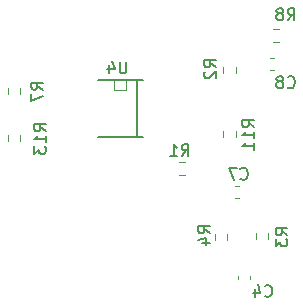
<source format=gbr>
%TF.GenerationSoftware,KiCad,Pcbnew,9.0.7*%
%TF.CreationDate,2026-02-19T20:57:42+05:30*%
%TF.ProjectId,pcb-n-as5600,7063622d-6e2d-4617-9335-3630302e6b69,rev?*%
%TF.SameCoordinates,Original*%
%TF.FileFunction,Legend,Bot*%
%TF.FilePolarity,Positive*%
%FSLAX46Y46*%
G04 Gerber Fmt 4.6, Leading zero omitted, Abs format (unit mm)*
G04 Created by KiCad (PCBNEW 9.0.7) date 2026-02-19 20:57:42*
%MOMM*%
%LPD*%
G01*
G04 APERTURE LIST*
%ADD10C,0.150000*%
%ADD11C,0.120000*%
%ADD12C,0.203200*%
%ADD13C,0.076200*%
G04 APERTURE END LIST*
D10*
X157691666Y-90454819D02*
X158024999Y-89978628D01*
X158263094Y-90454819D02*
X158263094Y-89454819D01*
X158263094Y-89454819D02*
X157882142Y-89454819D01*
X157882142Y-89454819D02*
X157786904Y-89502438D01*
X157786904Y-89502438D02*
X157739285Y-89550057D01*
X157739285Y-89550057D02*
X157691666Y-89645295D01*
X157691666Y-89645295D02*
X157691666Y-89788152D01*
X157691666Y-89788152D02*
X157739285Y-89883390D01*
X157739285Y-89883390D02*
X157786904Y-89931009D01*
X157786904Y-89931009D02*
X157882142Y-89978628D01*
X157882142Y-89978628D02*
X158263094Y-89978628D01*
X156739285Y-90454819D02*
X157310713Y-90454819D01*
X157024999Y-90454819D02*
X157024999Y-89454819D01*
X157024999Y-89454819D02*
X157120237Y-89597676D01*
X157120237Y-89597676D02*
X157215475Y-89692914D01*
X157215475Y-89692914D02*
X157310713Y-89740533D01*
X164736666Y-102284580D02*
X164784285Y-102332200D01*
X164784285Y-102332200D02*
X164927142Y-102379819D01*
X164927142Y-102379819D02*
X165022380Y-102379819D01*
X165022380Y-102379819D02*
X165165237Y-102332200D01*
X165165237Y-102332200D02*
X165260475Y-102236961D01*
X165260475Y-102236961D02*
X165308094Y-102141723D01*
X165308094Y-102141723D02*
X165355713Y-101951247D01*
X165355713Y-101951247D02*
X165355713Y-101808390D01*
X165355713Y-101808390D02*
X165308094Y-101617914D01*
X165308094Y-101617914D02*
X165260475Y-101522676D01*
X165260475Y-101522676D02*
X165165237Y-101427438D01*
X165165237Y-101427438D02*
X165022380Y-101379819D01*
X165022380Y-101379819D02*
X164927142Y-101379819D01*
X164927142Y-101379819D02*
X164784285Y-101427438D01*
X164784285Y-101427438D02*
X164736666Y-101475057D01*
X163879523Y-101713152D02*
X163879523Y-102379819D01*
X164117618Y-101332200D02*
X164355713Y-102046485D01*
X164355713Y-102046485D02*
X163736666Y-102046485D01*
X162666666Y-92359580D02*
X162714285Y-92407200D01*
X162714285Y-92407200D02*
X162857142Y-92454819D01*
X162857142Y-92454819D02*
X162952380Y-92454819D01*
X162952380Y-92454819D02*
X163095237Y-92407200D01*
X163095237Y-92407200D02*
X163190475Y-92311961D01*
X163190475Y-92311961D02*
X163238094Y-92216723D01*
X163238094Y-92216723D02*
X163285713Y-92026247D01*
X163285713Y-92026247D02*
X163285713Y-91883390D01*
X163285713Y-91883390D02*
X163238094Y-91692914D01*
X163238094Y-91692914D02*
X163190475Y-91597676D01*
X163190475Y-91597676D02*
X163095237Y-91502438D01*
X163095237Y-91502438D02*
X162952380Y-91454819D01*
X162952380Y-91454819D02*
X162857142Y-91454819D01*
X162857142Y-91454819D02*
X162714285Y-91502438D01*
X162714285Y-91502438D02*
X162666666Y-91550057D01*
X162333332Y-91454819D02*
X161666666Y-91454819D01*
X161666666Y-91454819D02*
X162095237Y-92454819D01*
X166642319Y-97153333D02*
X166166128Y-96820000D01*
X166642319Y-96581905D02*
X165642319Y-96581905D01*
X165642319Y-96581905D02*
X165642319Y-96962857D01*
X165642319Y-96962857D02*
X165689938Y-97058095D01*
X165689938Y-97058095D02*
X165737557Y-97105714D01*
X165737557Y-97105714D02*
X165832795Y-97153333D01*
X165832795Y-97153333D02*
X165975652Y-97153333D01*
X165975652Y-97153333D02*
X166070890Y-97105714D01*
X166070890Y-97105714D02*
X166118509Y-97058095D01*
X166118509Y-97058095D02*
X166166128Y-96962857D01*
X166166128Y-96962857D02*
X166166128Y-96581905D01*
X165642319Y-97486667D02*
X165642319Y-98105714D01*
X165642319Y-98105714D02*
X166023271Y-97772381D01*
X166023271Y-97772381D02*
X166023271Y-97915238D01*
X166023271Y-97915238D02*
X166070890Y-98010476D01*
X166070890Y-98010476D02*
X166118509Y-98058095D01*
X166118509Y-98058095D02*
X166213747Y-98105714D01*
X166213747Y-98105714D02*
X166451842Y-98105714D01*
X166451842Y-98105714D02*
X166547080Y-98058095D01*
X166547080Y-98058095D02*
X166594700Y-98010476D01*
X166594700Y-98010476D02*
X166642319Y-97915238D01*
X166642319Y-97915238D02*
X166642319Y-97629524D01*
X166642319Y-97629524D02*
X166594700Y-97534286D01*
X166594700Y-97534286D02*
X166547080Y-97486667D01*
X153011904Y-82454819D02*
X153011904Y-83264342D01*
X153011904Y-83264342D02*
X152964285Y-83359580D01*
X152964285Y-83359580D02*
X152916666Y-83407200D01*
X152916666Y-83407200D02*
X152821428Y-83454819D01*
X152821428Y-83454819D02*
X152630952Y-83454819D01*
X152630952Y-83454819D02*
X152535714Y-83407200D01*
X152535714Y-83407200D02*
X152488095Y-83359580D01*
X152488095Y-83359580D02*
X152440476Y-83264342D01*
X152440476Y-83264342D02*
X152440476Y-82454819D01*
X151535714Y-82788152D02*
X151535714Y-83454819D01*
X151773809Y-82407200D02*
X152011904Y-83121485D01*
X152011904Y-83121485D02*
X151392857Y-83121485D01*
X160587319Y-82925833D02*
X160111128Y-82592500D01*
X160587319Y-82354405D02*
X159587319Y-82354405D01*
X159587319Y-82354405D02*
X159587319Y-82735357D01*
X159587319Y-82735357D02*
X159634938Y-82830595D01*
X159634938Y-82830595D02*
X159682557Y-82878214D01*
X159682557Y-82878214D02*
X159777795Y-82925833D01*
X159777795Y-82925833D02*
X159920652Y-82925833D01*
X159920652Y-82925833D02*
X160015890Y-82878214D01*
X160015890Y-82878214D02*
X160063509Y-82830595D01*
X160063509Y-82830595D02*
X160111128Y-82735357D01*
X160111128Y-82735357D02*
X160111128Y-82354405D01*
X159682557Y-83306786D02*
X159634938Y-83354405D01*
X159634938Y-83354405D02*
X159587319Y-83449643D01*
X159587319Y-83449643D02*
X159587319Y-83687738D01*
X159587319Y-83687738D02*
X159634938Y-83782976D01*
X159634938Y-83782976D02*
X159682557Y-83830595D01*
X159682557Y-83830595D02*
X159777795Y-83878214D01*
X159777795Y-83878214D02*
X159873033Y-83878214D01*
X159873033Y-83878214D02*
X160015890Y-83830595D01*
X160015890Y-83830595D02*
X160587319Y-83259167D01*
X160587319Y-83259167D02*
X160587319Y-83878214D01*
X146204819Y-88357142D02*
X145728628Y-88023809D01*
X146204819Y-87785714D02*
X145204819Y-87785714D01*
X145204819Y-87785714D02*
X145204819Y-88166666D01*
X145204819Y-88166666D02*
X145252438Y-88261904D01*
X145252438Y-88261904D02*
X145300057Y-88309523D01*
X145300057Y-88309523D02*
X145395295Y-88357142D01*
X145395295Y-88357142D02*
X145538152Y-88357142D01*
X145538152Y-88357142D02*
X145633390Y-88309523D01*
X145633390Y-88309523D02*
X145681009Y-88261904D01*
X145681009Y-88261904D02*
X145728628Y-88166666D01*
X145728628Y-88166666D02*
X145728628Y-87785714D01*
X146204819Y-89309523D02*
X146204819Y-88738095D01*
X146204819Y-89023809D02*
X145204819Y-89023809D01*
X145204819Y-89023809D02*
X145347676Y-88928571D01*
X145347676Y-88928571D02*
X145442914Y-88833333D01*
X145442914Y-88833333D02*
X145490533Y-88738095D01*
X145204819Y-89642857D02*
X145204819Y-90261904D01*
X145204819Y-90261904D02*
X145585771Y-89928571D01*
X145585771Y-89928571D02*
X145585771Y-90071428D01*
X145585771Y-90071428D02*
X145633390Y-90166666D01*
X145633390Y-90166666D02*
X145681009Y-90214285D01*
X145681009Y-90214285D02*
X145776247Y-90261904D01*
X145776247Y-90261904D02*
X146014342Y-90261904D01*
X146014342Y-90261904D02*
X146109580Y-90214285D01*
X146109580Y-90214285D02*
X146157200Y-90166666D01*
X146157200Y-90166666D02*
X146204819Y-90071428D01*
X146204819Y-90071428D02*
X146204819Y-89785714D01*
X146204819Y-89785714D02*
X146157200Y-89690476D01*
X146157200Y-89690476D02*
X146109580Y-89642857D01*
X166666666Y-78954819D02*
X166999999Y-78478628D01*
X167238094Y-78954819D02*
X167238094Y-77954819D01*
X167238094Y-77954819D02*
X166857142Y-77954819D01*
X166857142Y-77954819D02*
X166761904Y-78002438D01*
X166761904Y-78002438D02*
X166714285Y-78050057D01*
X166714285Y-78050057D02*
X166666666Y-78145295D01*
X166666666Y-78145295D02*
X166666666Y-78288152D01*
X166666666Y-78288152D02*
X166714285Y-78383390D01*
X166714285Y-78383390D02*
X166761904Y-78431009D01*
X166761904Y-78431009D02*
X166857142Y-78478628D01*
X166857142Y-78478628D02*
X167238094Y-78478628D01*
X166095237Y-78383390D02*
X166190475Y-78335771D01*
X166190475Y-78335771D02*
X166238094Y-78288152D01*
X166238094Y-78288152D02*
X166285713Y-78192914D01*
X166285713Y-78192914D02*
X166285713Y-78145295D01*
X166285713Y-78145295D02*
X166238094Y-78050057D01*
X166238094Y-78050057D02*
X166190475Y-78002438D01*
X166190475Y-78002438D02*
X166095237Y-77954819D01*
X166095237Y-77954819D02*
X165904761Y-77954819D01*
X165904761Y-77954819D02*
X165809523Y-78002438D01*
X165809523Y-78002438D02*
X165761904Y-78050057D01*
X165761904Y-78050057D02*
X165714285Y-78145295D01*
X165714285Y-78145295D02*
X165714285Y-78192914D01*
X165714285Y-78192914D02*
X165761904Y-78288152D01*
X165761904Y-78288152D02*
X165809523Y-78335771D01*
X165809523Y-78335771D02*
X165904761Y-78383390D01*
X165904761Y-78383390D02*
X166095237Y-78383390D01*
X166095237Y-78383390D02*
X166190475Y-78431009D01*
X166190475Y-78431009D02*
X166238094Y-78478628D01*
X166238094Y-78478628D02*
X166285713Y-78573866D01*
X166285713Y-78573866D02*
X166285713Y-78764342D01*
X166285713Y-78764342D02*
X166238094Y-78859580D01*
X166238094Y-78859580D02*
X166190475Y-78907200D01*
X166190475Y-78907200D02*
X166095237Y-78954819D01*
X166095237Y-78954819D02*
X165904761Y-78954819D01*
X165904761Y-78954819D02*
X165809523Y-78907200D01*
X165809523Y-78907200D02*
X165761904Y-78859580D01*
X165761904Y-78859580D02*
X165714285Y-78764342D01*
X165714285Y-78764342D02*
X165714285Y-78573866D01*
X165714285Y-78573866D02*
X165761904Y-78478628D01*
X165761904Y-78478628D02*
X165809523Y-78431009D01*
X165809523Y-78431009D02*
X165904761Y-78383390D01*
X160094819Y-96983333D02*
X159618628Y-96650000D01*
X160094819Y-96411905D02*
X159094819Y-96411905D01*
X159094819Y-96411905D02*
X159094819Y-96792857D01*
X159094819Y-96792857D02*
X159142438Y-96888095D01*
X159142438Y-96888095D02*
X159190057Y-96935714D01*
X159190057Y-96935714D02*
X159285295Y-96983333D01*
X159285295Y-96983333D02*
X159428152Y-96983333D01*
X159428152Y-96983333D02*
X159523390Y-96935714D01*
X159523390Y-96935714D02*
X159571009Y-96888095D01*
X159571009Y-96888095D02*
X159618628Y-96792857D01*
X159618628Y-96792857D02*
X159618628Y-96411905D01*
X159428152Y-97840476D02*
X160094819Y-97840476D01*
X159047200Y-97602381D02*
X159761485Y-97364286D01*
X159761485Y-97364286D02*
X159761485Y-97983333D01*
X166666666Y-84609580D02*
X166714285Y-84657200D01*
X166714285Y-84657200D02*
X166857142Y-84704819D01*
X166857142Y-84704819D02*
X166952380Y-84704819D01*
X166952380Y-84704819D02*
X167095237Y-84657200D01*
X167095237Y-84657200D02*
X167190475Y-84561961D01*
X167190475Y-84561961D02*
X167238094Y-84466723D01*
X167238094Y-84466723D02*
X167285713Y-84276247D01*
X167285713Y-84276247D02*
X167285713Y-84133390D01*
X167285713Y-84133390D02*
X167238094Y-83942914D01*
X167238094Y-83942914D02*
X167190475Y-83847676D01*
X167190475Y-83847676D02*
X167095237Y-83752438D01*
X167095237Y-83752438D02*
X166952380Y-83704819D01*
X166952380Y-83704819D02*
X166857142Y-83704819D01*
X166857142Y-83704819D02*
X166714285Y-83752438D01*
X166714285Y-83752438D02*
X166666666Y-83800057D01*
X166095237Y-84133390D02*
X166190475Y-84085771D01*
X166190475Y-84085771D02*
X166238094Y-84038152D01*
X166238094Y-84038152D02*
X166285713Y-83942914D01*
X166285713Y-83942914D02*
X166285713Y-83895295D01*
X166285713Y-83895295D02*
X166238094Y-83800057D01*
X166238094Y-83800057D02*
X166190475Y-83752438D01*
X166190475Y-83752438D02*
X166095237Y-83704819D01*
X166095237Y-83704819D02*
X165904761Y-83704819D01*
X165904761Y-83704819D02*
X165809523Y-83752438D01*
X165809523Y-83752438D02*
X165761904Y-83800057D01*
X165761904Y-83800057D02*
X165714285Y-83895295D01*
X165714285Y-83895295D02*
X165714285Y-83942914D01*
X165714285Y-83942914D02*
X165761904Y-84038152D01*
X165761904Y-84038152D02*
X165809523Y-84085771D01*
X165809523Y-84085771D02*
X165904761Y-84133390D01*
X165904761Y-84133390D02*
X166095237Y-84133390D01*
X166095237Y-84133390D02*
X166190475Y-84181009D01*
X166190475Y-84181009D02*
X166238094Y-84228628D01*
X166238094Y-84228628D02*
X166285713Y-84323866D01*
X166285713Y-84323866D02*
X166285713Y-84514342D01*
X166285713Y-84514342D02*
X166238094Y-84609580D01*
X166238094Y-84609580D02*
X166190475Y-84657200D01*
X166190475Y-84657200D02*
X166095237Y-84704819D01*
X166095237Y-84704819D02*
X165904761Y-84704819D01*
X165904761Y-84704819D02*
X165809523Y-84657200D01*
X165809523Y-84657200D02*
X165761904Y-84609580D01*
X165761904Y-84609580D02*
X165714285Y-84514342D01*
X165714285Y-84514342D02*
X165714285Y-84323866D01*
X165714285Y-84323866D02*
X165761904Y-84228628D01*
X165761904Y-84228628D02*
X165809523Y-84181009D01*
X165809523Y-84181009D02*
X165904761Y-84133390D01*
X145954819Y-84833333D02*
X145478628Y-84500000D01*
X145954819Y-84261905D02*
X144954819Y-84261905D01*
X144954819Y-84261905D02*
X144954819Y-84642857D01*
X144954819Y-84642857D02*
X145002438Y-84738095D01*
X145002438Y-84738095D02*
X145050057Y-84785714D01*
X145050057Y-84785714D02*
X145145295Y-84833333D01*
X145145295Y-84833333D02*
X145288152Y-84833333D01*
X145288152Y-84833333D02*
X145383390Y-84785714D01*
X145383390Y-84785714D02*
X145431009Y-84738095D01*
X145431009Y-84738095D02*
X145478628Y-84642857D01*
X145478628Y-84642857D02*
X145478628Y-84261905D01*
X144954819Y-85166667D02*
X144954819Y-85833333D01*
X144954819Y-85833333D02*
X145954819Y-85404762D01*
X163822319Y-88014642D02*
X163346128Y-87681309D01*
X163822319Y-87443214D02*
X162822319Y-87443214D01*
X162822319Y-87443214D02*
X162822319Y-87824166D01*
X162822319Y-87824166D02*
X162869938Y-87919404D01*
X162869938Y-87919404D02*
X162917557Y-87967023D01*
X162917557Y-87967023D02*
X163012795Y-88014642D01*
X163012795Y-88014642D02*
X163155652Y-88014642D01*
X163155652Y-88014642D02*
X163250890Y-87967023D01*
X163250890Y-87967023D02*
X163298509Y-87919404D01*
X163298509Y-87919404D02*
X163346128Y-87824166D01*
X163346128Y-87824166D02*
X163346128Y-87443214D01*
X163822319Y-88967023D02*
X163822319Y-88395595D01*
X163822319Y-88681309D02*
X162822319Y-88681309D01*
X162822319Y-88681309D02*
X162965176Y-88586071D01*
X162965176Y-88586071D02*
X163060414Y-88490833D01*
X163060414Y-88490833D02*
X163108033Y-88395595D01*
X163822319Y-89919404D02*
X163822319Y-89347976D01*
X163822319Y-89633690D02*
X162822319Y-89633690D01*
X162822319Y-89633690D02*
X162965176Y-89538452D01*
X162965176Y-89538452D02*
X163060414Y-89443214D01*
X163060414Y-89443214D02*
X163108033Y-89347976D01*
D11*
%TO.C,R1*%
X157495276Y-92022500D02*
X158004724Y-92022500D01*
X157495276Y-90977500D02*
X158004724Y-90977500D01*
%TO.C,C4*%
X162490000Y-100896267D02*
X162490000Y-100603733D01*
X163510000Y-100896267D02*
X163510000Y-100603733D01*
%TO.C,C7*%
X162508767Y-92990000D02*
X162216233Y-92990000D01*
X162508767Y-94010000D02*
X162216233Y-94010000D01*
%TO.C,R3*%
X163977500Y-96995276D02*
X163977500Y-97504724D01*
X165022500Y-96995276D02*
X165022500Y-97504724D01*
D12*
%TO.C,U4*%
X150600000Y-88805000D02*
X153900000Y-88805000D01*
D13*
X152000000Y-84905000D02*
X152000000Y-83905000D01*
X153000000Y-83905000D02*
X153000000Y-84905000D01*
X153000000Y-84905000D02*
X152000000Y-84905000D01*
D12*
X153900000Y-84005000D02*
X150600000Y-84005000D01*
X153900000Y-88805000D02*
X153900000Y-84005000D01*
X153900000Y-88805000D02*
X154400000Y-88805000D01*
X154400000Y-84005000D02*
X153900000Y-84005000D01*
D11*
%TO.C,R2*%
X161227500Y-82907776D02*
X161227500Y-83417224D01*
X162272500Y-82907776D02*
X162272500Y-83417224D01*
%TO.C,R13*%
X142977500Y-89167224D02*
X142977500Y-88657776D01*
X144022500Y-89167224D02*
X144022500Y-88657776D01*
%TO.C,R8*%
X165407776Y-79727500D02*
X165917224Y-79727500D01*
X165407776Y-80772500D02*
X165917224Y-80772500D01*
%TO.C,R4*%
X160477500Y-97082776D02*
X160477500Y-97592224D01*
X161522500Y-97082776D02*
X161522500Y-97592224D01*
%TO.C,C8*%
X165191233Y-82190000D02*
X165483767Y-82190000D01*
X165191233Y-83210000D02*
X165483767Y-83210000D01*
%TO.C,R7*%
X142977500Y-84657776D02*
X142977500Y-85167224D01*
X144022500Y-84657776D02*
X144022500Y-85167224D01*
%TO.C,R11*%
X161227500Y-88842224D02*
X161227500Y-88332776D01*
X162272500Y-88842224D02*
X162272500Y-88332776D01*
%TD*%
M02*

</source>
